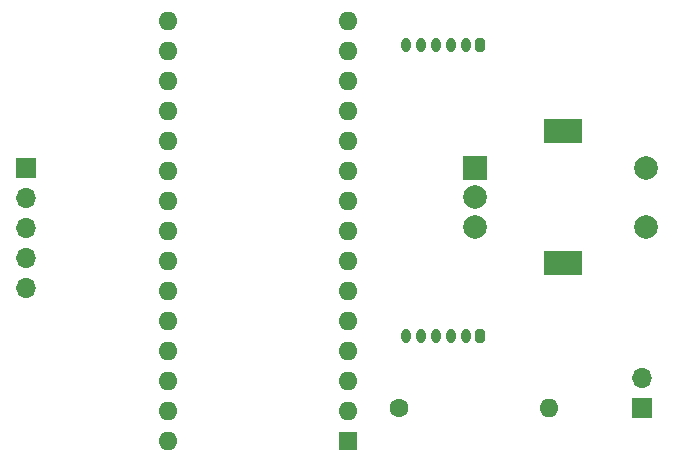
<source format=gts>
G04 #@! TF.GenerationSoftware,KiCad,Pcbnew,(6.0.2)*
G04 #@! TF.CreationDate,2023-01-26T14:19:39+00:00*
G04 #@! TF.ProjectId,bomb-diffusal-combolock,626f6d62-2d64-4696-9666-7573616c2d63,rev?*
G04 #@! TF.SameCoordinates,Original*
G04 #@! TF.FileFunction,Soldermask,Top*
G04 #@! TF.FilePolarity,Negative*
%FSLAX46Y46*%
G04 Gerber Fmt 4.6, Leading zero omitted, Abs format (unit mm)*
G04 Created by KiCad (PCBNEW (6.0.2)) date 2023-01-26 14:19:39*
%MOMM*%
%LPD*%
G01*
G04 APERTURE LIST*
G04 Aperture macros list*
%AMRoundRect*
0 Rectangle with rounded corners*
0 $1 Rounding radius*
0 $2 $3 $4 $5 $6 $7 $8 $9 X,Y pos of 4 corners*
0 Add a 4 corners polygon primitive as box body*
4,1,4,$2,$3,$4,$5,$6,$7,$8,$9,$2,$3,0*
0 Add four circle primitives for the rounded corners*
1,1,$1+$1,$2,$3*
1,1,$1+$1,$4,$5*
1,1,$1+$1,$6,$7*
1,1,$1+$1,$8,$9*
0 Add four rect primitives between the rounded corners*
20,1,$1+$1,$2,$3,$4,$5,0*
20,1,$1+$1,$4,$5,$6,$7,0*
20,1,$1+$1,$6,$7,$8,$9,0*
20,1,$1+$1,$8,$9,$2,$3,0*%
G04 Aperture macros list end*
%ADD10RoundRect,0.166666X0.233334X0.433334X-0.233334X0.433334X-0.233334X-0.433334X0.233334X-0.433334X0*%
%ADD11O,0.800000X1.200000*%
%ADD12R,2.000000X2.000000*%
%ADD13C,2.000000*%
%ADD14R,3.200000X2.000000*%
%ADD15R,1.600000X1.600000*%
%ADD16O,1.600000X1.600000*%
%ADD17R,1.700000X1.700000*%
%ADD18O,1.700000X1.700000*%
%ADD19C,1.600000*%
G04 APERTURE END LIST*
D10*
X141224000Y-81026000D03*
D11*
X139974000Y-81026000D03*
X138724000Y-81026000D03*
X137474000Y-81026000D03*
X136224000Y-81026000D03*
X134974000Y-81026000D03*
D10*
X141224000Y-105664000D03*
D11*
X139974000Y-105664000D03*
X138724000Y-105664000D03*
X137474000Y-105664000D03*
X136224000Y-105664000D03*
X134974000Y-105664000D03*
D12*
X140768400Y-91440000D03*
D13*
X140768400Y-96440000D03*
X140768400Y-93940000D03*
D14*
X148268400Y-88340000D03*
X148268400Y-99540000D03*
D13*
X155268400Y-96440000D03*
X155268400Y-91440000D03*
D15*
X130048000Y-114554000D03*
D16*
X130048000Y-112014000D03*
X130048000Y-109474000D03*
X130048000Y-106934000D03*
X130048000Y-104394000D03*
X130048000Y-101854000D03*
X130048000Y-99314000D03*
X130048000Y-96774000D03*
X130048000Y-94234000D03*
X130048000Y-91694000D03*
X130048000Y-89154000D03*
X130048000Y-86614000D03*
X130048000Y-84074000D03*
X130048000Y-81534000D03*
X130048000Y-78994000D03*
X114808000Y-78994000D03*
X114808000Y-81534000D03*
X114808000Y-84074000D03*
X114808000Y-86614000D03*
X114808000Y-89154000D03*
X114808000Y-91694000D03*
X114808000Y-94234000D03*
X114808000Y-96774000D03*
X114808000Y-99314000D03*
X114808000Y-101854000D03*
X114808000Y-104394000D03*
X114808000Y-106934000D03*
X114808000Y-109474000D03*
X114808000Y-112014000D03*
X114808000Y-114554000D03*
D17*
X102768400Y-91440000D03*
D18*
X102768400Y-93980000D03*
X102768400Y-96520000D03*
X102768400Y-99060000D03*
X102768400Y-101600000D03*
D19*
X134366000Y-111760000D03*
D16*
X147066000Y-111760000D03*
D17*
X154940000Y-111760000D03*
D18*
X154940000Y-109220000D03*
M02*

</source>
